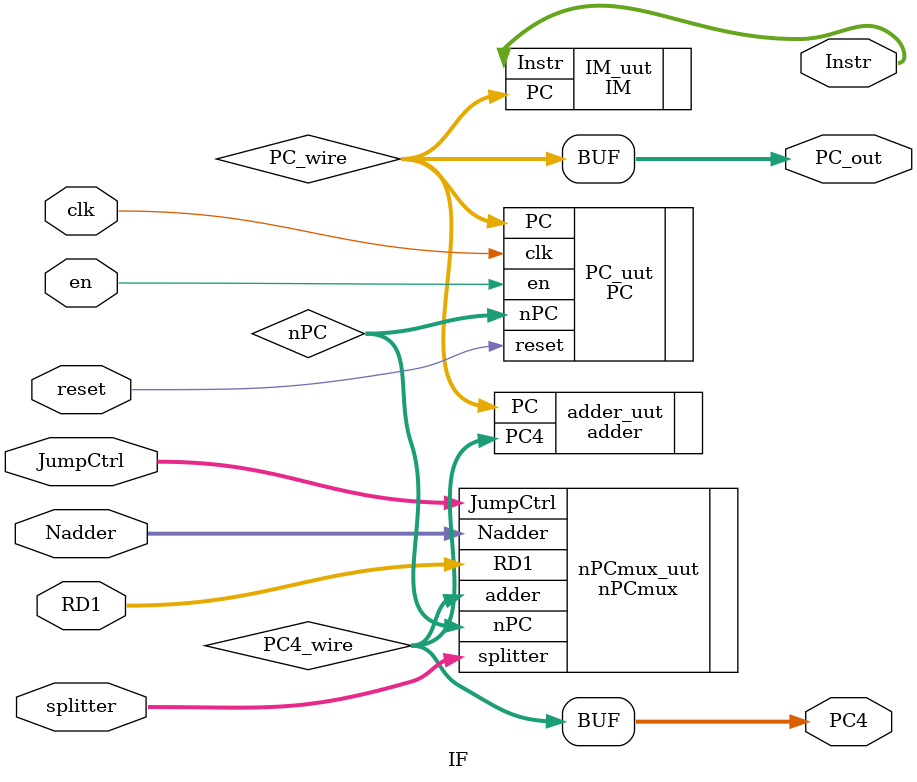
<source format=v>
`timescale 1ns / 1ps
module IF(
    input [31:0] Nadder,
    input [31:0] splitter,
    input [31:0] RD1,
    input clk,
    input reset,
    input en,
    input [1:0] JumpCtrl,
    output [31:0] Instr,
    output [31:0] PC4,
	 output [31:0] PC_out
    );
    wire [31:0] nPC, PC_wire, PC4_wire;
    PC PC_uut (
        .clk(clk),
        .reset(reset),
        .en(en),
        .nPC(nPC),
        .PC(PC_wire)
    );
    adder adder_uut(
        .PC(PC_wire),
        .PC4(PC4_wire)
    );
    IM IM_uut(
        .PC(PC_wire),
        .Instr(Instr)
    );
    nPCmux nPCmux_uut(
        .JumpCtrl(JumpCtrl),
        .adder(PC4_wire),
        .Nadder(Nadder),
        .splitter(splitter),
        .RD1(RD1),
		  .nPC(nPC)
    );
	 assign PC4 = PC4_wire;
	 assign PC_out = PC_wire;
endmodule
</source>
